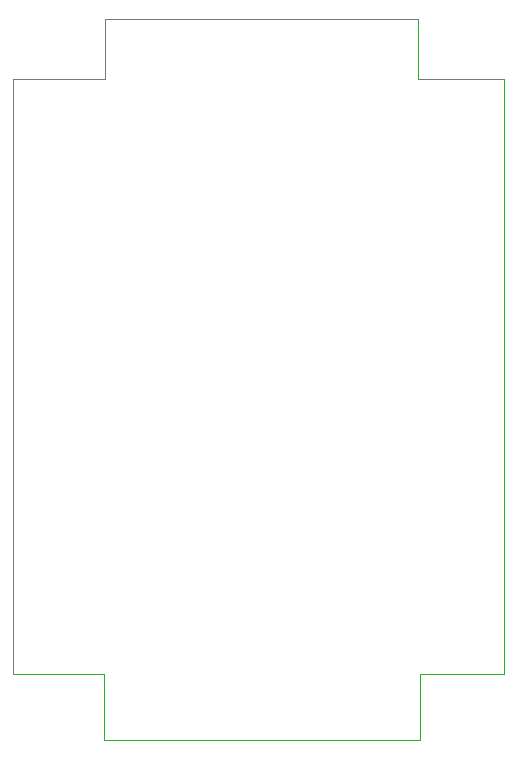
<source format=gm1>
%TF.GenerationSoftware,KiCad,Pcbnew,(6.0.6)*%
%TF.CreationDate,2022-10-28T21:49:34+08:00*%
%TF.ProjectId,KB_SmartWatch,4b425f53-6d61-4727-9457-617463682e6b,rev?*%
%TF.SameCoordinates,Original*%
%TF.FileFunction,Profile,NP*%
%FSLAX46Y46*%
G04 Gerber Fmt 4.6, Leading zero omitted, Abs format (unit mm)*
G04 Created by KiCad (PCBNEW (6.0.6)) date 2022-10-28 21:49:34*
%MOMM*%
%LPD*%
G01*
G04 APERTURE LIST*
%TA.AperFunction,Profile*%
%ADD10C,0.100000*%
%TD*%
G04 APERTURE END LIST*
D10*
X226100000Y-27300000D02*
X226100000Y-77700000D01*
X218800000Y-27300000D02*
X226100000Y-27300000D01*
X218800000Y-22200000D02*
X218800000Y-27300000D01*
X192300000Y-22200000D02*
X218800000Y-22200000D01*
X192300000Y-27300000D02*
X192300000Y-22200000D01*
X184500000Y-27300000D02*
X192300000Y-27300000D01*
X184500000Y-77700000D02*
X184500000Y-27300000D01*
X192200000Y-77700000D02*
X184500000Y-77700000D01*
X192200000Y-83300000D02*
X192200000Y-77700000D01*
X219000000Y-83300000D02*
X192200000Y-83300000D01*
X219000000Y-77700000D02*
X219000000Y-83300000D01*
X226100000Y-77700000D02*
X219000000Y-77700000D01*
M02*

</source>
